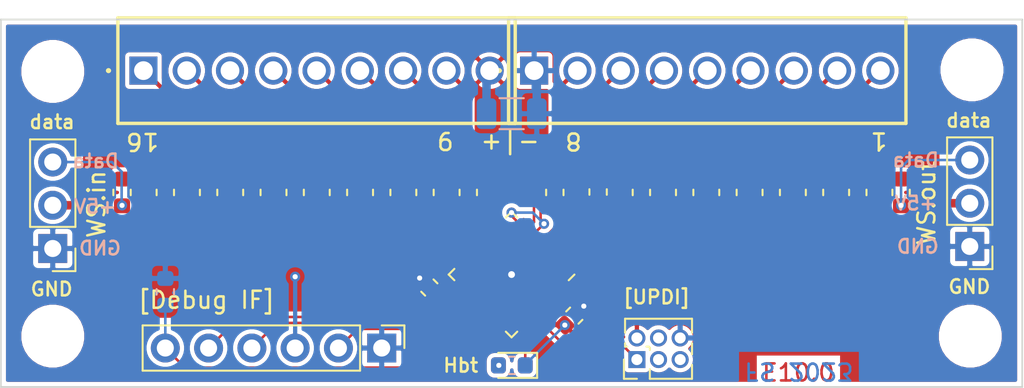
<source format=kicad_pcb>
(kicad_pcb (version 20171130) (host pcbnew "(5.1.12)-1")
  (layers (0 F.Cu signal) (31 B.Cu signal) (34 B.Paste user hide) (35 F.Paste user hide) (36 B.SilkS user) (37 F.SilkS user) (38 B.Mask user hide) (39 F.Mask user hide) (44 Edge.Cuts user))
  (net 0 "")
  (net 1 GND)
  (net 2 +5V)
  (net 3 DI)
  (net 4 DO)
  (net 5 UPDI)
  (net 6 OUT3)
  (net 7 OUT2)
  (net 8 OUT1)
  (net 9 OUT0)
  (net 10 "Net-(R2-Pad1)")
  (net 11 "Net-(R3-Pad1)")
  (net 12 "Net-(R4-Pad1)")
  (net 13 "Net-(R5-Pad1)")
  (net 14 OUT6)
  (net 15 "Net-(R6-Pad1)")
  (net 16 OUT5)
  (net 17 "Net-(R7-Pad1)")
  (net 18 "Net-(R8-Pad1)")
  (net 19 OUT4)
  (net 20 "Net-(R9-Pad1)")
  (net 21 OUT7)
  (net 22 OUT15)
  (net 23 OUT14)
  (net 24 OUT13)
  (net 25 OUT12)
  (net 26 OUT11)
  (net 27 OUT10)
  (net 28 OUT9)
  (net 29 OUT8)
  (net 30 "Net-(R10-Pad1)")
  (net 31 "Net-(R11-Pad1)")
  (net 32 "Net-(R12-Pad1)")
  (net 33 "Net-(R13-Pad1)")
  (net 34 "Net-(R14-Pad1)")
  (net 35 "Net-(R15-Pad1)")
  (net 36 "Net-(R16-Pad1)")
  (net 37 "Net-(R17-Pad1)")
  (net 38 "Net-(R18-Pad1)")
  (net 39 "Net-(R19-Pad1)")
  (net 40 V24.rts)
  (net 41 V24.rx)
  (net 42 V24.tx)
  (net 43 V24.cts)
  (net 44 "Net-(D2-Pad2)")
  (net 45 "Net-(D2-Pad1)")
  (module RTB_parts:1725724 (layer F.Cu) (at 99.3 78.44)
    (fp_text reference J1 hide)
    (fp_text value Conn_01x09 hide)
    (fp_line (start -2.1 0) (end -2 0) (layer F.SilkS) (width 0.2))
    (fp_line (start -2 0) (end -2 0) (layer F.SilkS) (width 0.2))
    (fp_line (start -2.1 0) (end -2.1 0) (layer F.SilkS) (width 0.2))
    (fp_line (start -1.5 3.1) (end -1.5 -3.1) (layer F.SilkS) (width 0.2))
    (fp_line (start 21.82 3.1) (end -1.5 3.1) (layer F.SilkS) (width 0.2))
    (fp_line (start 21.82 -3.1) (end 21.82 3.1) (layer F.SilkS) (width 0.2))
    (fp_line (start -1.5 -3.1) (end 21.82 -3.1) (layer F.SilkS) (width 0.2))
    (fp_arc (start -2.05 0) (end -2 0) (angle -180) (layer F.SilkS) (width 0.2))
    (fp_arc (start -2.05 0) (end -2.1 0) (angle -180) (layer F.SilkS) (width 0.2))
    (pad 9 thru_hole circle (at 20.32 0) (size 1.65 1.65) (drill 1.1) (layers *.Cu *.Mask) (net 2 +5V))
    (pad 8 thru_hole circle (at 17.78 0) (size 1.65 1.65) (drill 1.1) (layers *.Cu *.Mask) (net 21 OUT7))
    (pad 7 thru_hole circle (at 15.24 0) (size 1.65 1.65) (drill 1.1) (layers *.Cu *.Mask) (net 14 OUT6))
    (pad 6 thru_hole circle (at 12.7 0) (size 1.65 1.65) (drill 1.1) (layers *.Cu *.Mask) (net 16 OUT5))
    (pad 5 thru_hole circle (at 10.16 0) (size 1.65 1.65) (drill 1.1) (layers *.Cu *.Mask) (net 19 OUT4))
    (pad 4 thru_hole circle (at 7.62 0) (size 1.65 1.65) (drill 1.1) (layers *.Cu *.Mask) (net 6 OUT3))
    (pad 3 thru_hole circle (at 5.08 0) (size 1.65 1.65) (drill 1.1) (layers *.Cu *.Mask) (net 7 OUT2))
    (pad 2 thru_hole circle (at 2.54 0) (size 1.65 1.65) (drill 1.1) (layers *.Cu *.Mask) (net 8 OUT1))
    (pad 1 thru_hole rect (at 0 0) (size 1.65 1.65) (drill 1.1) (layers *.Cu *.Mask) (net 9 OUT0))
  )
  (module RTB_parts:1725724 (layer F.Cu) (at 122.23 78.44)
    (fp_text reference J7 hide)
    (fp_text value Conn_01x09 hide)
    (fp_line (start -2.1 0) (end -2 0) (layer F.SilkS) (width 0.2))
    (fp_line (start -2 0) (end -2 0) (layer F.SilkS) (width 0.2))
    (fp_line (start -2.1 0) (end -2.1 0) (layer F.SilkS) (width 0.2))
    (fp_line (start -1.5 3.1) (end -1.5 -3.1) (layer F.SilkS) (width 0.2))
    (fp_line (start 21.82 3.1) (end -1.5 3.1) (layer F.SilkS) (width 0.2))
    (fp_line (start 21.82 -3.1) (end 21.82 3.1) (layer F.SilkS) (width 0.2))
    (fp_line (start -1.5 -3.1) (end 21.82 -3.1) (layer F.SilkS) (width 0.2))
    (fp_arc (start -2.05 0) (end -2 0) (angle -180) (layer F.SilkS) (width 0.2))
    (fp_arc (start -2.05 0) (end -2.1 0) (angle -180) (layer F.SilkS) (width 0.2))
    (pad 9 thru_hole circle (at 20.32 0) (size 1.65 1.65) (drill 1.1) (layers *.Cu *.Mask) (net 22 OUT15))
    (pad 8 thru_hole circle (at 17.78 0) (size 1.65 1.65) (drill 1.1) (layers *.Cu *.Mask) (net 23 OUT14))
    (pad 7 thru_hole circle (at 15.24 0) (size 1.65 1.65) (drill 1.1) (layers *.Cu *.Mask) (net 24 OUT13))
    (pad 6 thru_hole circle (at 12.7 0) (size 1.65 1.65) (drill 1.1) (layers *.Cu *.Mask) (net 25 OUT12))
    (pad 5 thru_hole circle (at 10.16 0) (size 1.65 1.65) (drill 1.1) (layers *.Cu *.Mask) (net 26 OUT11))
    (pad 4 thru_hole circle (at 7.62 0) (size 1.65 1.65) (drill 1.1) (layers *.Cu *.Mask) (net 27 OUT10))
    (pad 3 thru_hole circle (at 5.08 0) (size 1.65 1.65) (drill 1.1) (layers *.Cu *.Mask) (net 28 OUT9))
    (pad 2 thru_hole circle (at 2.54 0) (size 1.65 1.65) (drill 1.1) (layers *.Cu *.Mask) (net 29 OUT8))
    (pad 1 thru_hole rect (at 0 0) (size 1.65 1.65) (drill 1.1) (layers *.Cu *.Mask) (net 1 GND))
  )
  (module Capacitor_SMD:C_1206_3216Metric (layer B.Cu) (at 120.91 80.97)
    (fp_text reference C1 hide)
    (fp_text value 1u)
    (fp_line (start -0.711252 -0.91) (end 0.711252 -0.91) (layer B.SilkS) (width 0.12))
    (fp_line (start -0.711252 0.91) (end 0.711252 0.91) (layer B.SilkS) (width 0.12))
    (pad 2 smd roundrect (at 1.475 0) (size 1.15 1.8) (layers B.Cu B.Paste B.Mask) (roundrect_rratio 0.217391) (net 1 GND))
    (pad 1 smd roundrect (at -1.475 0) (size 1.15 1.8) (layers B.Cu B.Paste B.Mask) (roundrect_rratio 0.217391) (net 2 +5V))
  )
  (module MountingHole:MountingHole_3.2mm_M3_DIN965 (layer F.Cu) (at 147.92452 78.39456)
    (fp_text reference H3 hide)
    (fp_text value MountingHole)
    (pad 1 np_thru_hole circle (at 0 0) (size 3.2 3.2) (drill 3.2) (layers *.Cu *.Mask))
  )
  (module Package_DFN_QFN:QFN-32-1EP_5x5mm_P0.5mm_EP3.1x3.1mm (layer F.Cu) (at 120.904 90.424 225)
    (fp_text reference U1 hide)
    (fp_text value AVR-64da32)
    (fp_line (start 2.135 -2.61) (end 2.61 -2.61) (layer F.SilkS) (width 0.12))
    (fp_line (start 2.61 -2.61) (end 2.61 -2.135) (layer F.SilkS) (width 0.12))
    (fp_line (start -2.135 2.61) (end -2.61 2.61) (layer F.SilkS) (width 0.12))
    (fp_line (start -2.61 2.61) (end -2.61 2.135) (layer F.SilkS) (width 0.12))
    (fp_line (start 2.135 2.61) (end 2.61 2.61) (layer F.SilkS) (width 0.12))
    (fp_line (start 2.61 2.61) (end 2.61 2.135) (layer F.SilkS) (width 0.12))
    (fp_line (start -2.135 -2.61) (end -2.61 -2.61) (layer F.SilkS) (width 0.12))
    (pad 32 smd roundrect (at -1.75 -2.4375 225) (size 0.25 0.875) (layers F.Cu F.Paste F.Mask) (net 36 "Net-(R16-Pad1)"))
    (pad 31 smd roundrect (at -1.25 -2.4375 225) (size 0.25 0.875) (layers F.Cu F.Paste F.Mask) (net 35 "Net-(R15-Pad1)"))
    (pad 30 smd roundrect (at -0.75 -2.4375 225) (size 0.25 0.875) (layers F.Cu F.Paste F.Mask) (net 34 "Net-(R14-Pad1)"))
    (pad 29 smd roundrect (at -0.25 -2.4375 225) (size 0.25 0.875) (layers F.Cu F.Paste F.Mask) (net 1 GND))
    (pad 28 smd roundrect (at 0.25 -2.4375 225) (size 0.25 0.875) (layers F.Cu F.Paste F.Mask) (net 2 +5V))
    (pad 27 smd roundrect (at 0.75 -2.4375 225) (size 0.25 0.875) (layers F.Cu F.Paste F.Mask) (net 5 UPDI))
    (pad 26 smd roundrect (at 1.25 -2.4375 225) (size 0.25 0.875) (layers F.Cu F.Paste F.Mask))
    (pad 25 smd roundrect (at 1.75 -2.4375 225) (size 0.25 0.875) (layers F.Cu F.Paste F.Mask))
    (pad 24 smd roundrect (at 2.4375 -1.75 225) (size 0.875 0.25) (layers F.Cu F.Paste F.Mask) (net 45 "Net-(D2-Pad1)"))
    (pad 23 smd roundrect (at 2.4375 -1.25 225) (size 0.875 0.25) (layers F.Cu F.Paste F.Mask) (net 43 V24.cts))
    (pad 22 smd roundrect (at 2.4375 -0.75 225) (size 0.875 0.25) (layers F.Cu F.Paste F.Mask) (net 40 V24.rts))
    (pad 21 smd roundrect (at 2.4375 -0.25 225) (size 0.875 0.25) (layers F.Cu F.Paste F.Mask) (net 41 V24.rx))
    (pad 20 smd roundrect (at 2.4375 0.25 225) (size 0.875 0.25) (layers F.Cu F.Paste F.Mask) (net 42 V24.tx))
    (pad 19 smd roundrect (at 2.4375 0.75 225) (size 0.875 0.25) (layers F.Cu F.Paste F.Mask) (net 1 GND))
    (pad 18 smd roundrect (at 2.4375 1.25 225) (size 0.875 0.25) (layers F.Cu F.Paste F.Mask) (net 2 +5V))
    (pad 17 smd roundrect (at 2.4375 1.75 225) (size 0.875 0.25) (layers F.Cu F.Paste F.Mask))
    (pad 16 smd roundrect (at 1.75 2.4375 225) (size 0.25 0.875) (layers F.Cu F.Paste F.Mask) (net 13 "Net-(R5-Pad1)"))
    (pad 15 smd roundrect (at 1.25 2.4375 225) (size 0.25 0.875) (layers F.Cu F.Paste F.Mask) (net 12 "Net-(R4-Pad1)"))
    (pad 14 smd roundrect (at 0.75 2.4375 225) (size 0.25 0.875) (layers F.Cu F.Paste F.Mask) (net 11 "Net-(R3-Pad1)"))
    (pad 13 smd roundrect (at 0.25 2.4375 225) (size 0.25 0.875) (layers F.Cu F.Paste F.Mask) (net 10 "Net-(R2-Pad1)"))
    (pad 12 smd roundrect (at -0.25 2.4375 225) (size 0.25 0.875) (layers F.Cu F.Paste F.Mask) (net 20 "Net-(R9-Pad1)"))
    (pad 11 smd roundrect (at -0.75 2.4375 225) (size 0.25 0.875) (layers F.Cu F.Paste F.Mask) (net 18 "Net-(R8-Pad1)"))
    (pad 10 smd roundrect (at -1.25 2.4375 225) (size 0.25 0.875) (layers F.Cu F.Paste F.Mask) (net 17 "Net-(R7-Pad1)"))
    (pad 9 smd roundrect (at -1.75 2.4375 225) (size 0.25 0.875) (layers F.Cu F.Paste F.Mask) (net 15 "Net-(R6-Pad1)"))
    (pad 8 smd roundrect (at -2.4375 1.75 225) (size 0.875 0.25) (layers F.Cu F.Paste F.Mask) (net 39 "Net-(R19-Pad1)"))
    (pad 7 smd roundrect (at -2.4375 1.25 225) (size 0.875 0.25) (layers F.Cu F.Paste F.Mask) (net 38 "Net-(R18-Pad1)"))
    (pad 6 smd roundrect (at -2.4375 0.75 225) (size 0.875 0.25) (layers F.Cu F.Paste F.Mask) (net 39 "Net-(R19-Pad1)"))
    (pad 5 smd roundrect (at -2.4375 0.25 225) (size 0.875 0.25) (layers F.Cu F.Paste F.Mask) (net 33 "Net-(R13-Pad1)"))
    (pad 4 smd roundrect (at -2.4375 -0.25 225) (size 0.875 0.25) (layers F.Cu F.Paste F.Mask) (net 32 "Net-(R12-Pad1)"))
    (pad 3 smd roundrect (at -2.4375 -0.75 225) (size 0.875 0.25) (layers F.Cu F.Paste F.Mask) (net 31 "Net-(R11-Pad1)"))
    (pad 2 smd roundrect (at -2.4375 -1.25 225) (size 0.875 0.25) (layers F.Cu F.Paste F.Mask) (net 30 "Net-(R10-Pad1)"))
    (pad 1 smd roundrect (at -2.4375 -1.75 225) (size 0.875 0.25) (layers F.Cu F.Paste F.Mask) (net 37 "Net-(R17-Pad1)"))
    (pad 33 smd roundrect (at 0 0 225) (size 3.1 3.1) (layers F.Cu F.Mask) (roundrect_rratio 0.08064483870967742) (net 1 GND))
  )
  (module Resistor_SMD:R_0603_1608Metric (layer B.Cu) (at 100.584 91.44 270)
    (fp_text reference R25 hide)
    (fp_text value t.b.d.)
    (fp_line (start -0.162779 0.51) (end 0.162779 0.51) (layer B.SilkS) (width 0.12))
    (fp_line (start -0.162779 -0.51) (end 0.162779 -0.51) (layer B.SilkS) (width 0.12))
    (pad 2 smd roundrect (at 0.7875 0 270) (size 0.875 0.95) (layers B.Cu B.Paste B.Mask) (net 43 V24.cts))
    (pad 1 smd roundrect (at -0.7875 0 270) (size 0.875 0.95) (layers B.Cu B.Paste B.Mask) (net 1 GND))
  )
  (module Connector_PinHeader_1.27mm:PinHeader_2x03_P1.27mm_Vertical (layer F.Cu) (at 128.26 95.42 90)
    (fp_text reference J4 hide)
    (fp_text value UPDI)
    (fp_line (start -1.13 3.235) (end -0.30753 3.235) (layer F.SilkS) (width 0.12))
    (fp_line (start 1.57753 3.235) (end 2.4 3.235) (layer F.SilkS) (width 0.12))
    (fp_line (start 0.30753 3.235) (end 0.96247 3.235) (layer F.SilkS) (width 0.12))
    (fp_line (start -1.13 0.76) (end -1.13 3.235) (layer F.SilkS) (width 0.12))
    (fp_line (start 2.4 -0.695) (end 2.4 3.235) (layer F.SilkS) (width 0.12))
    (fp_line (start -1.13 0.76) (end -0.563471 0.76) (layer F.SilkS) (width 0.12))
    (fp_line (start 0.563471 0.76) (end 0.706529 0.76) (layer F.SilkS) (width 0.12))
    (fp_line (start 0.76 0.706529) (end 0.76 0.563471) (layer F.SilkS) (width 0.12))
    (fp_line (start 0.76 -0.563471) (end 0.76 -0.695) (layer F.SilkS) (width 0.12))
    (fp_line (start 0.76 -0.695) (end 0.96247 -0.695) (layer F.SilkS) (width 0.12))
    (fp_line (start 1.57753 -0.695) (end 2.4 -0.695) (layer F.SilkS) (width 0.12))
    (fp_line (start -1.13 0) (end -1.13 -0.76) (layer F.SilkS) (width 0.12))
    (fp_line (start -1.13 -0.76) (end 0 -0.76) (layer F.SilkS) (width 0.12))
    (pad 6 thru_hole oval (at 1.27 2.54 90) (size 1 1) (drill 0.65) (layers *.Cu *.Mask) (net 1 GND))
    (pad 5 thru_hole oval (at 0 2.54 90) (size 1 1) (drill 0.65) (layers *.Cu *.Mask))
    (pad 4 thru_hole oval (at 1.27 1.27 90) (size 1 1) (drill 0.65) (layers *.Cu *.Mask))
    (pad 3 thru_hole oval (at 0 1.27 90) (size 1 1) (drill 0.65) (layers *.Cu *.Mask))
    (pad 2 thru_hole oval (at 1.27 0 90) (size 1 1) (drill 0.65) (layers *.Cu *.Mask) (net 2 +5V))
    (pad 1 thru_hole rect (at 0 0 90) (size 1 1) (drill 0.65) (layers *.Cu *.Mask) (net 5 UPDI))
  )
  (module MountingHole:MountingHole_3.2mm_M3_DIN965 (layer F.Cu) (at 147.828 94.0435)
    (fp_text reference H4 hide)
    (fp_text value MountingHole)
    (pad 1 np_thru_hole circle (at 0 0) (size 3.2 3.2) (drill 3.2) (layers *.Cu *.Mask))
  )
  (module MountingHole:MountingHole_3.2mm_M3_DIN965 (layer F.Cu) (at 93.98 94.0435)
    (fp_text reference H2 hide)
    (fp_text value MountingHole)
    (pad 1 np_thru_hole circle (at 0 0) (size 3.2 3.2) (drill 3.2) (layers *.Cu *.Mask))
  )
  (module MountingHole:MountingHole_3.2mm_M3_DIN965 (layer F.Cu) (at 93.98 78.486)
    (fp_text reference H1 hide)
    (fp_text value MountingHole)
    (pad 1 np_thru_hole circle (at 0 0) (size 3.2 3.2) (drill 3.2) (layers *.Cu *.Mask))
  )
  (module Resistor_SMD:R_0603_1608Metric (layer B.Cu) (at 120.92 95.761)
    (fp_text reference R20 hide)
    (fp_text value 3.3k)
    (fp_line (start -0.162779 0.51) (end 0.162779 0.51) (layer B.SilkS) (width 0.12))
    (fp_line (start -0.162779 -0.51) (end 0.162779 -0.51) (layer B.SilkS) (width 0.12))
    (pad 2 smd roundrect (at 0.7875 0) (size 0.875 0.95) (layers B.Cu B.Paste B.Mask) (net 2 +5V))
    (pad 1 smd roundrect (at -0.7875 0) (size 0.875 0.95) (layers B.Cu B.Paste B.Mask) (net 44 "Net-(D2-Pad2)"))
  )
  (module LED_SMD:LED_0603_1608Metric (layer F.Cu) (at 120.92 95.761 180)
    (fp_text reference D2 hide)
    (fp_text value "HBT(green)")
    (fp_line (start 0.8 -0.735) (end -1.485 -0.735) (layer F.SilkS) (width 0.12))
    (fp_line (start -1.485 -0.735) (end -1.485 0.735) (layer F.SilkS) (width 0.12))
    (fp_line (start -1.485 0.735) (end 0.8 0.735) (layer F.SilkS) (width 0.12))
    (pad 2 smd roundrect (at 0.7875 0 180) (size 0.875 0.95) (layers F.Cu F.Paste F.Mask) (net 44 "Net-(D2-Pad2)"))
    (pad 1 smd roundrect (at -0.7875 0 180) (size 0.875 0.95) (layers F.Cu F.Paste F.Mask) (net 45 "Net-(D2-Pad1)"))
  )
  (module Resistor_SMD:R_0603_1608Metric (layer F.Cu) (at 143.764 85.598 270)
    (fp_text reference R19 hide)
    (fp_text value 160)
    (fp_line (start -0.162779 -0.51) (end 0.162779 -0.51) (layer F.SilkS) (width 0.12))
    (fp_line (start -0.162779 0.51) (end 0.162779 0.51) (layer F.SilkS) (width 0.12))
    (pad 2 smd roundrect (at 0.7875 0 270) (size 0.875 0.95) (layers F.Cu F.Paste F.Mask) (net 4 DO))
    (pad 1 smd roundrect (at -0.7875 0 270) (size 0.875 0.95) (layers F.Cu F.Paste F.Mask) (net 39 "Net-(R19-Pad1)"))
  )
  (module Resistor_SMD:R_0603_1608Metric (layer F.Cu) (at 98.044 85.598 270)
    (fp_text reference R18 hide)
    (fp_text value 160)
    (fp_line (start -0.162779 -0.51) (end 0.162779 -0.51) (layer F.SilkS) (width 0.12))
    (fp_line (start -0.162779 0.51) (end 0.162779 0.51) (layer F.SilkS) (width 0.12))
    (pad 2 smd roundrect (at 0.7875 0 270) (size 0.875 0.95) (layers F.Cu F.Paste F.Mask) (net 3 DI))
    (pad 1 smd roundrect (at -0.7875 0 270) (size 0.875 0.95) (layers F.Cu F.Paste F.Mask) (net 38 "Net-(R18-Pad1)"))
  )
  (module Resistor_SMD:R_0603_1608Metric (layer F.Cu) (at 133.604 85.598 90)
    (fp_text reference R17 hide)
    (fp_text value 220)
    (fp_line (start -0.162779 -0.51) (end 0.162779 -0.51) (layer F.SilkS) (width 0.12))
    (fp_line (start -0.162779 0.51) (end 0.162779 0.51) (layer F.SilkS) (width 0.12))
    (pad 2 smd roundrect (at 0.7875 0 90) (size 0.875 0.95) (layers F.Cu F.Paste F.Mask) (net 25 OUT12))
    (pad 1 smd roundrect (at -0.7875 0 90) (size 0.875 0.95) (layers F.Cu F.Paste F.Mask) (net 37 "Net-(R17-Pad1)"))
  )
  (module Resistor_SMD:R_0603_1608Metric (layer F.Cu) (at 136.144 85.598 90)
    (fp_text reference R16 hide)
    (fp_text value 220)
    (fp_line (start -0.162779 -0.51) (end 0.162779 -0.51) (layer F.SilkS) (width 0.12))
    (fp_line (start -0.162779 0.51) (end 0.162779 0.51) (layer F.SilkS) (width 0.12))
    (pad 2 smd roundrect (at 0.7875 0 90) (size 0.875 0.95) (layers F.Cu F.Paste F.Mask) (net 24 OUT13))
    (pad 1 smd roundrect (at -0.7875 0 90) (size 0.875 0.95) (layers F.Cu F.Paste F.Mask) (net 36 "Net-(R16-Pad1)"))
  )
  (module Resistor_SMD:R_0603_1608Metric (layer F.Cu) (at 138.684 85.598 90)
    (fp_text reference R15 hide)
    (fp_text value 220)
    (fp_line (start -0.162779 -0.51) (end 0.162779 -0.51) (layer F.SilkS) (width 0.12))
    (fp_line (start -0.162779 0.51) (end 0.162779 0.51) (layer F.SilkS) (width 0.12))
    (pad 2 smd roundrect (at 0.7875 0 90) (size 0.875 0.95) (layers F.Cu F.Paste F.Mask) (net 23 OUT14))
    (pad 1 smd roundrect (at -0.7875 0 90) (size 0.875 0.95) (layers F.Cu F.Paste F.Mask) (net 35 "Net-(R15-Pad1)"))
  )
  (module Resistor_SMD:R_0603_1608Metric (layer F.Cu) (at 141.224 85.598 90)
    (fp_text reference R14 hide)
    (fp_text value 220)
    (fp_line (start -0.162779 -0.51) (end 0.162779 -0.51) (layer F.SilkS) (width 0.12))
    (fp_line (start -0.162779 0.51) (end 0.162779 0.51) (layer F.SilkS) (width 0.12))
    (pad 2 smd roundrect (at 0.7875 0 90) (size 0.875 0.95) (layers F.Cu F.Paste F.Mask) (net 22 OUT15))
    (pad 1 smd roundrect (at -0.7875 0 90) (size 0.875 0.95) (layers F.Cu F.Paste F.Mask) (net 34 "Net-(R14-Pad1)"))
  )
  (module Resistor_SMD:R_0603_1608Metric (layer F.Cu) (at 123.444 85.598 90)
    (fp_text reference R13 hide)
    (fp_text value 220)
    (fp_line (start -0.162779 -0.51) (end 0.162779 -0.51) (layer F.SilkS) (width 0.12))
    (fp_line (start -0.162779 0.51) (end 0.162779 0.51) (layer F.SilkS) (width 0.12))
    (pad 2 smd roundrect (at 0.7875 0 90) (size 0.875 0.95) (layers F.Cu F.Paste F.Mask) (net 29 OUT8))
    (pad 1 smd roundrect (at -0.7875 0 90) (size 0.875 0.95) (layers F.Cu F.Paste F.Mask) (net 33 "Net-(R13-Pad1)"))
  )
  (module Resistor_SMD:R_0603_1608Metric (layer F.Cu) (at 125.984 85.5725 90)
    (fp_text reference R12 hide)
    (fp_text value 220)
    (fp_line (start -0.162779 -0.51) (end 0.162779 -0.51) (layer F.SilkS) (width 0.12))
    (fp_line (start -0.162779 0.51) (end 0.162779 0.51) (layer F.SilkS) (width 0.12))
    (pad 2 smd roundrect (at 0.7875 0 90) (size 0.875 0.95) (layers F.Cu F.Paste F.Mask) (net 28 OUT9))
    (pad 1 smd roundrect (at -0.7875 0 90) (size 0.875 0.95) (layers F.Cu F.Paste F.Mask) (net 32 "Net-(R12-Pad1)"))
  )
  (module Resistor_SMD:R_0603_1608Metric (layer F.Cu) (at 128.524 85.598 90)
    (fp_text reference R11 hide)
    (fp_text value 220)
    (fp_line (start -0.162779 -0.51) (end 0.162779 -0.51) (layer F.SilkS) (width 0.12))
    (fp_line (start -0.162779 0.51) (end 0.162779 0.51) (layer F.SilkS) (width 0.12))
    (pad 2 smd roundrect (at 0.7875 0 90) (size 0.875 0.95) (layers F.Cu F.Paste F.Mask) (net 27 OUT10))
    (pad 1 smd roundrect (at -0.7875 0 90) (size 0.875 0.95) (layers F.Cu F.Paste F.Mask) (net 31 "Net-(R11-Pad1)"))
  )
  (module Resistor_SMD:R_0603_1608Metric (layer F.Cu) (at 131.064 85.598 90)
    (fp_text reference R10 hide)
    (fp_text value 220)
    (fp_line (start -0.162779 -0.51) (end 0.162779 -0.51) (layer F.SilkS) (width 0.12))
    (fp_line (start -0.162779 0.51) (end 0.162779 0.51) (layer F.SilkS) (width 0.12))
    (pad 2 smd roundrect (at 0.7875 0 90) (size 0.875 0.95) (layers F.Cu F.Paste F.Mask) (net 26 OUT11))
    (pad 1 smd roundrect (at -0.7875 0 90) (size 0.875 0.95) (layers F.Cu F.Paste F.Mask) (net 30 "Net-(R10-Pad1)"))
  )
  (module Resistor_SMD:R_0603_1608Metric (layer F.Cu) (at 110.744 85.598 90)
    (fp_text reference R9 hide)
    (fp_text value 220)
    (fp_line (start -0.162779 -0.51) (end 0.162779 -0.51) (layer F.SilkS) (width 0.12))
    (fp_line (start -0.162779 0.51) (end 0.162779 0.51) (layer F.SilkS) (width 0.12))
    (pad 2 smd roundrect (at 0.7875 0 90) (size 0.875 0.95) (layers F.Cu F.Paste F.Mask) (net 19 OUT4))
    (pad 1 smd roundrect (at -0.7875 0 90) (size 0.875 0.95) (layers F.Cu F.Paste F.Mask) (net 20 "Net-(R9-Pad1)"))
  )
  (module Resistor_SMD:R_0603_1608Metric (layer F.Cu) (at 113.284 85.598 90)
    (fp_text reference R8 hide)
    (fp_text value 220)
    (fp_line (start -0.162779 -0.51) (end 0.162779 -0.51) (layer F.SilkS) (width 0.12))
    (fp_line (start -0.162779 0.51) (end 0.162779 0.51) (layer F.SilkS) (width 0.12))
    (pad 2 smd roundrect (at 0.7875 0 90) (size 0.875 0.95) (layers F.Cu F.Paste F.Mask) (net 16 OUT5))
    (pad 1 smd roundrect (at -0.7875 0 90) (size 0.875 0.95) (layers F.Cu F.Paste F.Mask) (net 18 "Net-(R8-Pad1)"))
  )
  (module Resistor_SMD:R_0603_1608Metric (layer F.Cu) (at 115.824 85.598 90)
    (fp_text reference R7 hide)
    (fp_text value 220)
    (fp_line (start -0.162779 -0.51) (end 0.162779 -0.51) (layer F.SilkS) (width 0.12))
    (fp_line (start -0.162779 0.51) (end 0.162779 0.51) (layer F.SilkS) (width 0.12))
    (pad 2 smd roundrect (at 0.7875 0 90) (size 0.875 0.95) (layers F.Cu F.Paste F.Mask) (net 14 OUT6))
    (pad 1 smd roundrect (at -0.7875 0 90) (size 0.875 0.95) (layers F.Cu F.Paste F.Mask) (net 17 "Net-(R7-Pad1)"))
  )
  (module Resistor_SMD:R_0603_1608Metric (layer F.Cu) (at 118.364 85.598 90)
    (fp_text reference R6 hide)
    (fp_text value 220)
    (fp_line (start -0.162779 -0.51) (end 0.162779 -0.51) (layer F.SilkS) (width 0.12))
    (fp_line (start -0.162779 0.51) (end 0.162779 0.51) (layer F.SilkS) (width 0.12))
    (pad 2 smd roundrect (at 0.7875 0 90) (size 0.875 0.95) (layers F.Cu F.Paste F.Mask) (net 21 OUT7))
    (pad 1 smd roundrect (at -0.7875 0 90) (size 0.875 0.95) (layers F.Cu F.Paste F.Mask) (net 15 "Net-(R6-Pad1)"))
  )
  (module Resistor_SMD:R_0603_1608Metric (layer F.Cu) (at 100.584 85.598 90)
    (fp_text reference R5 hide)
    (fp_text value 220)
    (fp_line (start -0.162779 -0.51) (end 0.162779 -0.51) (layer F.SilkS) (width 0.12))
    (fp_line (start -0.162779 0.51) (end 0.162779 0.51) (layer F.SilkS) (width 0.12))
    (pad 2 smd roundrect (at 0.7875 0 90) (size 0.875 0.95) (layers F.Cu F.Paste F.Mask) (net 9 OUT0))
    (pad 1 smd roundrect (at -0.7875 0 90) (size 0.875 0.95) (layers F.Cu F.Paste F.Mask) (net 13 "Net-(R5-Pad1)"))
  )
  (module Resistor_SMD:R_0603_1608Metric (layer F.Cu) (at 103.124 85.598 90)
    (fp_text reference R4 hide)
    (fp_text value 220)
    (fp_line (start -0.162779 -0.51) (end 0.162779 -0.51) (layer F.SilkS) (width 0.12))
    (fp_line (start -0.162779 0.51) (end 0.162779 0.51) (layer F.SilkS) (width 0.12))
    (pad 2 smd roundrect (at 0.7875 0 90) (size 0.875 0.95) (layers F.Cu F.Paste F.Mask) (net 8 OUT1))
    (pad 1 smd roundrect (at -0.7875 0 90) (size 0.875 0.95) (layers F.Cu F.Paste F.Mask) (net 12 "Net-(R4-Pad1)"))
  )
  (module Resistor_SMD:R_0603_1608Metric (layer F.Cu) (at 105.664 85.598 90)
    (fp_text reference R3 hide)
    (fp_text value 220)
    (fp_line (start -0.162779 -0.51) (end 0.162779 -0.51) (layer F.SilkS) (width 0.12))
    (fp_line (start -0.162779 0.51) (end 0.162779 0.51) (layer F.SilkS) (width 0.12))
    (pad 2 smd roundrect (at 0.7875 0 90) (size 0.875 0.95) (layers F.Cu F.Paste F.Mask) (net 7 OUT2))
    (pad 1 smd roundrect (at -0.7875 0 90) (size 0.875 0.95) (layers F.Cu F.Paste F.Mask) (net 11 "Net-(R3-Pad1)"))
  )
  (module Resistor_SMD:R_0603_1608Metric (layer F.Cu) (at 108.204 85.598 90)
    (fp_text reference R2 hide)
    (fp_text value 220)
    (fp_line (start -0.162779 -0.51) (end 0.162779 -0.51) (layer F.SilkS) (width 0.12))
    (fp_line (start -0.162779 0.51) (end 0.162779 0.51) (layer F.SilkS) (width 0.12))
    (pad 2 smd roundrect (at 0.7875 0 90) (size 0.875 0.95) (layers F.Cu F.Paste F.Mask) (net 6 OUT3))
    (pad 1 smd roundrect (at -0.7875 0 90) (size 0.875 0.95) (layers F.Cu F.Paste F.Mask) (net 10 "Net-(R2-Pad1)"))
  )
  (module Capacitor_SMD:C_0603_1608Metric (layer F.Cu) (at 124.587 92.837 45)
    (fp_text reference C3 hide)
    (fp_text value 1u)
    (fp_line (start -0.162779 -0.51) (end 0.162779 -0.51) (layer F.SilkS) (width 0.12))
    (fp_line (start -0.162779 0.51) (end 0.162779 0.51) (layer F.SilkS) (width 0.12))
    (pad 2 smd roundrect (at 0.7875 0 45) (size 0.875 0.95) (layers F.Cu F.Paste F.Mask) (net 1 GND))
    (pad 1 smd roundrect (at -0.7875 0 45) (size 0.875 0.95) (layers F.Cu F.Paste F.Mask) (net 2 +5V))
  )
  (module Capacitor_SMD:C_0603_1608Metric (layer F.Cu) (at 116.078 91.186 135)
    (fp_text reference C2 hide)
    (fp_text value 1u)
    (fp_line (start -0.162779 -0.51) (end 0.162779 -0.51) (layer F.SilkS) (width 0.12))
    (fp_line (start -0.162779 0.51) (end 0.162779 0.51) (layer F.SilkS) (width 0.12))
    (pad 2 smd roundrect (at 0.7875 0 135) (size 0.875 0.95) (layers F.Cu F.Paste F.Mask) (net 1 GND))
    (pad 1 smd roundrect (at -0.7875 0 135) (size 0.875 0.95) (layers F.Cu F.Paste F.Mask) (net 2 +5V))
  )
  (module Connector_PinHeader_2.54mm:PinHeader_1x06_P2.54mm_Vertical (layer F.Cu) (at 113.284 94.742 270)
    (fp_text reference J5 hide)
    (fp_text value Debug)
    (fp_line (start -1.33 14.03) (end 1.33 14.03) (layer F.SilkS) (width 0.12))
    (fp_line (start -1.33 1.27) (end -1.33 14.03) (layer F.SilkS) (width 0.12))
    (fp_line (start 1.33 1.27) (end 1.33 14.03) (layer F.SilkS) (width 0.12))
    (fp_line (start -1.33 1.27) (end 1.33 1.27) (layer F.SilkS) (width 0.12))
    (fp_line (start -1.33 0) (end -1.33 -1.33) (layer F.SilkS) (width 0.12))
    (fp_line (start -1.33 -1.33) (end 0 -1.33) (layer F.SilkS) (width 0.12))
    (pad 6 thru_hole oval (at 0 12.7 270) (size 1.7 1.7) (drill 1) (layers *.Cu *.Mask) (net 43 V24.cts))
    (pad 5 thru_hole oval (at 0 10.16 270) (size 1.7 1.7) (drill 1) (layers *.Cu *.Mask) (net 42 V24.tx))
    (pad 4 thru_hole oval (at 0 7.62 270) (size 1.7 1.7) (drill 1) (layers *.Cu *.Mask) (net 41 V24.rx))
    (pad 3 thru_hole oval (at 0 5.08 270) (size 1.7 1.7) (drill 1) (layers *.Cu *.Mask) (net 2 +5V))
    (pad 2 thru_hole oval (at 0 2.54 270) (size 1.7 1.7) (drill 1) (layers *.Cu *.Mask) (net 40 V24.rts))
    (pad 1 thru_hole rect (at 0 0 270) (size 1.7 1.7) (drill 1) (layers *.Cu *.Mask) (net 1 GND))
  )
  (module Connector_PinHeader_2.54mm:PinHeader_1x03_P2.54mm_Vertical (layer F.Cu) (at 93.97746 88.89238 180)
    (fp_text reference J3 hide)
    (fp_text value "WS-bus input")
    (fp_line (start -1.33 6.41) (end 1.33 6.41) (layer F.SilkS) (width 0.12))
    (fp_line (start -1.33 1.27) (end -1.33 6.41) (layer F.SilkS) (width 0.12))
    (fp_line (start 1.33 1.27) (end 1.33 6.41) (layer F.SilkS) (width 0.12))
    (fp_line (start -1.33 1.27) (end 1.33 1.27) (layer F.SilkS) (width 0.12))
    (fp_line (start -1.33 0) (end -1.33 -1.33) (layer F.SilkS) (width 0.12))
    (fp_line (start -1.33 -1.33) (end 0 -1.33) (layer F.SilkS) (width 0.12))
    (pad 3 thru_hole oval (at 0 5.08 180) (size 1.7 1.7) (drill 1) (layers *.Cu *.Mask) (net 3 DI))
    (pad 2 thru_hole oval (at 0 2.54 180) (size 1.7 1.7) (drill 1) (layers *.Cu *.Mask) (net 2 +5V))
    (pad 1 thru_hole rect (at 0 0 180) (size 1.7 1.7) (drill 1) (layers *.Cu *.Mask) (net 1 GND))
  )
  (module Connector_PinHeader_2.54mm:PinHeader_1x03_P2.54mm_Vertical (layer F.Cu) (at 147.79498 88.773 180)
    (fp_text reference J2 hide)
    (fp_text value "WS-bus output")
    (fp_line (start -1.33 6.41) (end 1.33 6.41) (layer F.SilkS) (width 0.12))
    (fp_line (start -1.33 1.27) (end -1.33 6.41) (layer F.SilkS) (width 0.12))
    (fp_line (start 1.33 1.27) (end 1.33 6.41) (layer F.SilkS) (width 0.12))
    (fp_line (start -1.33 1.27) (end 1.33 1.27) (layer F.SilkS) (width 0.12))
    (fp_line (start -1.33 0) (end -1.33 -1.33) (layer F.SilkS) (width 0.12))
    (fp_line (start -1.33 -1.33) (end 0 -1.33) (layer F.SilkS) (width 0.12))
    (pad 3 thru_hole oval (at 0 5.08 180) (size 1.7 1.7) (drill 1) (layers *.Cu *.Mask) (net 4 DO))
    (pad 2 thru_hole oval (at 0 2.54 180) (size 1.7 1.7) (drill 1) (layers *.Cu *.Mask) (net 2 +5V))
    (pad 1 thru_hole rect (at 0 0 180) (size 1.7 1.7) (drill 1) (layers *.Cu *.Mask) (net 1 GND))
  )
  (gr_text 9 (at 117.02 82.56 180) (layer F.SilkS) (effects (font (size 1 1))))
  (gr_text 8 (at 124.54 82.59 180) (layer F.SilkS) (effects (font (size 1 1))))
  (gr_text 16 (at 99.24 82.62 180) (layer F.SilkS) (effects (font (size 1 1))))
  (gr_text 1 (at 142.46 82.59 180) (layer F.SilkS) (effects (font (size 1 1))))
  (gr_text data (at 93.93682 81.45272) (layer F.SilkS) (effects (font (size 0.8 0.8))))
  (gr_text data (at 147.74164 81.3689) (layer F.SilkS) (effects (font (size 0.8 0.8))))
  (gr_text "FS 2023" (at 137.77 96.11 180) (layer B.Cu) (effects (font (size 1 1)) (justify mirror)))
  (gr_text E10.0 (at 137.74 96.19) (layer F.Cu) (effects (font (size 1 1))))
  (gr_text GND (at 144.74698 88.773) (layer B.SilkS) (effects (font (size 0.8 0.8)) (justify mirror)))
  (gr_text GND (at 96.75368 88.87714) (layer B.SilkS) (effects (font (size 0.8 0.8)) (justify mirror)))
  (gr_text Data (at 144.61998 83.693) (layer B.SilkS) (effects (font (size 0.8 0.8)) (justify mirror)))
  (gr_text Data (at 96.49206 83.75396) (layer B.SilkS) (effects (font (size 0.8 0.8)) (justify mirror)))
  (gr_text +5V (at 144.61998 86.233) (layer B.SilkS) (effects (font (size 0.8 0.8)) (justify mirror)))
  (gr_text +5V (at 96.46412 86.42604) (layer B.SilkS) (effects (font (size 0.8 0.8)) (justify mirror)))
  (gr_text GND (at 93.91396 91.28252) (layer F.SilkS) (effects (font (size 0.8 0.8))))
  (gr_text GND (at 147.77212 91.13774) (layer F.SilkS) (effects (font (size 0.8 0.8))))
  (gr_text +|- (at 120.82 82.56) (layer F.SilkS) (effects (font (size 1 1))))
  (gr_text Hbt (at 117.92 95.76) (layer F.SilkS) (effects (font (size 0.8 0.8))))
  (gr_text WS.in (at 96.54794 86.28888 90) (layer F.SilkS) (effects (font (size 1 1))))
  (gr_text WS.out (at 145.26006 86.2203 90) (layer F.SilkS) (effects (font (size 1 1))))
  (gr_text [UPDI] (at 129.42 91.75) (layer F.SilkS) (effects (font (size 0.8 0.8))))
  (gr_text "[Debug IF]" (at 103 91.92) (layer F.SilkS) (effects (font (size 1 1))))
  (gr_line (start 150.876 75.438) (end 150.876 97.028) (layer Edge.Cuts) (width 0.1))
  (gr_line (start 90.932 75.438) (end 150.876 75.438) (layer Edge.Cuts) (width 0.1))
  (gr_line (start 90.932 97.028) (end 90.932 75.438) (layer Edge.Cuts) (width 0.1))
  (gr_line (start 150.876 97.028) (end 90.932 97.028) (layer Edge.Cuts) (width 0.1))
  (via (at 115.51 90.63) (size 0.6) (drill 0.3) (layers F.Cu B.Cu) (net 1))
  (segment (start 119.84334 90.424) (end 120.904 90.424) (width 0.15) (layer F.Cu) (net 1))
  (segment (start 118.650097 91.617243) (end 119.84334 90.424) (width 0.15) (layer F.Cu) (net 1))
  (segment (start 124.968 92.456) (end 125.143847 92.280153) (width 0.15) (layer F.Cu) (net 1))
  (segment (start 122.804349 91.970796) (end 123.289553 92.456) (width 0.15) (layer F.Cu) (net 1))
  (segment (start 123.289553 92.456) (end 124.968 92.456) (width 0.15) (layer F.Cu) (net 1))
  (via (at 120.904 90.424) (size 0.8) (drill 0.4) (layers F.Cu B.Cu) (net 1))
  (segment (start 121.787884 91.307884) (end 120.904 90.424) (width 0.15) (layer F.Cu) (net 1))
  (segment (start 122.117884 91.307884) (end 121.787884 91.307884) (width 0.15) (layer F.Cu) (net 1))
  (segment (start 122.780796 91.970796) (end 122.117884 91.307884) (width 0.15) (layer F.Cu) (net 1))
  (segment (start 122.804349 91.970796) (end 122.780796 91.970796) (width 0.15) (layer F.Cu) (net 1))
  (segment (start 125.143847 92.280153) (end 125.143847 92.280153) (width 0.15) (layer F.Cu) (net 1))
  (via (at 125.143847 92.280153) (size 0.6) (drill 0.3) (layers F.Cu B.Cu) (net 1))
  (segment (start 122.385 80.97) (end 122.385 78.595) (width 0.5) (layer B.Cu) (net 1))
  (segment (start 122.385 78.595) (end 122.23 78.44) (width 0.5) (layer B.Cu) (net 1))
  (segment (start 117.739233 91.821) (end 118.296544 91.263689) (width 0.25) (layer F.Cu) (net 2))
  (segment (start 116.507847 91.615847) (end 116.586 91.694) (width 0.25) (layer F.Cu) (net 2))
  (segment (start 116.713 91.821) (end 117.739233 91.821) (width 0.25) (layer F.Cu) (net 2))
  (segment (start 116.586 91.694) (end 116.6495 91.7575) (width 0.25) (layer F.Cu) (net 2))
  (segment (start 123.520294 93.393847) (end 124.030153 93.393847) (width 0.25) (layer F.Cu) (net 2))
  (segment (start 122.450796 92.324349) (end 123.520294 93.393847) (width 0.25) (layer F.Cu) (net 2))
  (segment (start 124.030153 93.393847) (end 124.030153 93.393847) (width 0.25) (layer F.Cu) (net 2))
  (segment (start 124.030153 93.393847) (end 124.030153 93.393847) (width 0.25) (layer F.Cu) (net 2))
  (via (at 108.204 90.551) (size 0.6) (drill 0.3) (layers F.Cu B.Cu) (net 2))
  (segment (start 108.204 94.742) (end 108.204 90.551) (width 0.25) (layer B.Cu) (net 2))
  (segment (start 116.6495 91.7575) (end 116.651 91.759) (width 0.25) (layer F.Cu) (net 2))
  (segment (start 147.79498 86.233) (end 145.413 86.233) (width 0.5) (layer F.Cu) (net 2))
  (segment (start 93.97746 86.35238) (end 96.44238 86.35238) (width 0.5) (layer F.Cu) (net 2))
  (segment (start 116.651 91.759) (end 116.713 91.821) (width 0.25) (layer F.Cu) (net 2))
  (via (at 124.030153 93.393847) (size 0.6) (drill 0.3) (layers F.Cu B.Cu) (net 2))
  (segment (start 121.7075 95.7165) (end 124.030153 93.393847) (width 0.15) (layer B.Cu) (net 2))
  (segment (start 121.7075 95.761) (end 121.7075 95.7165) (width 0.15) (layer B.Cu) (net 2))
  (segment (start 119.435 80.97) (end 119.435 78.625) (width 0.5) (layer B.Cu) (net 2))
  (segment (start 119.435 78.625) (end 119.62 78.44) (width 0.5) (layer B.Cu) (net 2))
  (via (at 98.044 86.36) (size 0.6) (drill 0.3) (layers F.Cu B.Cu) (net 3))
  (segment (start 97.45218 83.81238) (end 93.97746 83.81238) (width 0.15) (layer B.Cu) (net 3))
  (segment (start 98.02114 84.38134) (end 97.45218 83.81238) (width 0.15) (layer B.Cu) (net 3))
  (segment (start 98.02114 86.33714) (end 98.02114 84.38134) (width 0.15) (layer B.Cu) (net 3))
  (segment (start 98.044 86.36) (end 98.02114 86.33714) (width 0.15) (layer B.Cu) (net 3))
  (via (at 143.764 86.36) (size 0.6) (drill 0.3) (layers F.Cu B.Cu) (net 4))
  (segment (start 144.20342 83.693) (end 143.764 84.13242) (width 0.15) (layer B.Cu) (net 4))
  (segment (start 147.79498 83.693) (end 144.20342 83.693) (width 0.15) (layer B.Cu) (net 4))
  (segment (start 143.764 84.13242) (end 143.764 86.36) (width 0.15) (layer B.Cu) (net 4))
  (segment (start 127.328 94.488) (end 128.26 95.42) (width 0.15) (layer F.Cu) (net 5))
  (segment (start 123.90734 94.488) (end 127.328 94.488) (width 0.15) (layer F.Cu) (net 5))
  (segment (start 122.097243 92.677903) (end 123.90734 94.488) (width 0.15) (layer F.Cu) (net 5))
  (segment (start 108.204 84.8105) (end 108.204 79.674) (width 0.25) (layer F.Cu) (net 6))
  (segment (start 108.204 79.674) (end 106.97 78.44) (width 0.25) (layer F.Cu) (net 6))
  (segment (start 105.664 84.8105) (end 105.664 79.674) (width 0.25) (layer F.Cu) (net 7))
  (segment (start 105.664 79.674) (end 104.43 78.44) (width 0.25) (layer F.Cu) (net 7))
  (segment (start 103.124 84.8105) (end 103.124 79.674) (width 0.25) (layer F.Cu) (net 8))
  (segment (start 103.124 79.674) (end 101.89 78.44) (width 0.25) (layer F.Cu) (net 8))
  (segment (start 100.584 84.8105) (end 100.584 79.674) (width 0.25) (layer F.Cu) (net 9))
  (segment (start 100.584 79.674) (end 99.35 78.44) (width 0.25) (layer F.Cu) (net 9))
  (segment (start 109.646 88.265) (end 108.204 86.823) (width 0.15) (layer F.Cu) (net 10))
  (segment (start 119.003651 88.877204) (end 118.391447 88.265) (width 0.15) (layer F.Cu) (net 10))
  (segment (start 108.204 86.823) (end 108.204 86.3855) (width 0.15) (layer F.Cu) (net 10))
  (segment (start 118.391447 88.265) (end 109.646 88.265) (width 0.15) (layer F.Cu) (net 10))
  (segment (start 105.664 86.823) (end 105.664 86.3855) (width 0.15) (layer F.Cu) (net 11))
  (segment (start 107.45601 88.61501) (end 105.664 86.823) (width 0.15) (layer F.Cu) (net 11))
  (segment (start 118.063884 88.61501) (end 107.45601 88.61501) (width 0.15) (layer F.Cu) (net 11))
  (segment (start 118.650097 89.230757) (end 118.650097 89.201223) (width 0.15) (layer F.Cu) (net 11))
  (segment (start 118.650097 89.201223) (end 118.063884 88.61501) (width 0.15) (layer F.Cu) (net 11))
  (segment (start 105.26602 88.96502) (end 103.124 86.823) (width 0.15) (layer F.Cu) (net 12))
  (segment (start 103.124 86.823) (end 103.124 86.3855) (width 0.15) (layer F.Cu) (net 12))
  (segment (start 117.677253 88.96502) (end 105.26602 88.96502) (width 0.15) (layer F.Cu) (net 12))
  (segment (start 118.296544 89.584311) (end 117.677253 88.96502) (width 0.15) (layer F.Cu) (net 12))
  (segment (start 100.584 86.823) (end 100.584 86.3855) (width 0.15) (layer F.Cu) (net 13))
  (segment (start 103.081 89.32) (end 100.584 86.823) (width 0.15) (layer F.Cu) (net 13))
  (segment (start 117.325126 89.32) (end 103.081 89.32) (width 0.15) (layer F.Cu) (net 13))
  (segment (start 117.94299 89.937864) (end 117.325126 89.32) (width 0.15) (layer F.Cu) (net 13))
  (segment (start 115.824 84.8105) (end 115.824 79.674) (width 0.25) (layer F.Cu) (net 14))
  (segment (start 115.824 79.674) (end 114.59 78.44) (width 0.25) (layer F.Cu) (net 14))
  (segment (start 120.417864 87.405539) (end 120.417864 87.46299) (width 0.15) (layer F.Cu) (net 15))
  (segment (start 118.839 86.3855) (end 118.364 86.3855) (width 0.15) (layer F.Cu) (net 15))
  (segment (start 119.2785 86.3855) (end 118.839 86.3855) (width 0.15) (layer F.Cu) (net 15))
  (segment (start 120.417864 87.46299) (end 120.35599 87.46299) (width 0.15) (layer F.Cu) (net 15))
  (segment (start 120.35599 87.46299) (end 119.2785 86.3855) (width 0.15) (layer F.Cu) (net 15))
  (segment (start 113.284 84.8105) (end 113.284 79.674) (width 0.25) (layer F.Cu) (net 16))
  (segment (start 113.284 79.674) (end 112.05 78.44) (width 0.25) (layer F.Cu) (net 16))
  (segment (start 115.824 86.823) (end 115.824 86.3855) (width 0.15) (layer F.Cu) (net 17))
  (segment (start 116.123 87.122) (end 115.824 86.823) (width 0.15) (layer F.Cu) (net 17))
  (segment (start 120.064311 87.816544) (end 119.369767 87.122) (width 0.15) (layer F.Cu) (net 17))
  (segment (start 119.369767 87.122) (end 116.123 87.122) (width 0.15) (layer F.Cu) (net 17))
  (segment (start 113.284 86.823) (end 113.284 86.3855) (width 0.15) (layer F.Cu) (net 18))
  (segment (start 113.964 87.503) (end 113.284 86.823) (width 0.15) (layer F.Cu) (net 18))
  (segment (start 119.710757 88.170097) (end 119.04366 87.503) (width 0.15) (layer F.Cu) (net 18))
  (segment (start 119.04366 87.503) (end 113.964 87.503) (width 0.15) (layer F.Cu) (net 18))
  (segment (start 110.744 84.8105) (end 110.744 79.674) (width 0.25) (layer F.Cu) (net 19))
  (segment (start 110.744 79.674) (end 109.51 78.44) (width 0.25) (layer F.Cu) (net 19))
  (segment (start 110.744 86.823) (end 110.744 86.3855) (width 0.15) (layer F.Cu) (net 20))
  (segment (start 111.77401 87.85301) (end 110.744 86.823) (width 0.15) (layer F.Cu) (net 20))
  (segment (start 118.686563 87.85301) (end 111.77401 87.85301) (width 0.15) (layer F.Cu) (net 20))
  (segment (start 119.357204 88.523651) (end 118.686563 87.85301) (width 0.15) (layer F.Cu) (net 20))
  (segment (start 118.364 84.8105) (end 118.364 79.674) (width 0.25) (layer F.Cu) (net 21))
  (segment (start 118.364 79.674) (end 117.13 78.44) (width 0.25) (layer F.Cu) (net 21))
  (segment (start 141.224 84.8105) (end 141.224 79.716) (width 0.25) (layer F.Cu) (net 22))
  (segment (start 141.224 79.716) (end 142.5 78.44) (width 0.25) (layer F.Cu) (net 22))
  (segment (start 138.684 84.8105) (end 138.684 79.716) (width 0.25) (layer F.Cu) (net 23))
  (segment (start 138.684 79.716) (end 139.96 78.44) (width 0.25) (layer F.Cu) (net 23))
  (segment (start 136.144 84.8105) (end 136.144 79.716) (width 0.25) (layer F.Cu) (net 24))
  (segment (start 136.144 79.716) (end 137.42 78.44) (width 0.25) (layer F.Cu) (net 24))
  (segment (start 133.604 84.8105) (end 133.604 79.716) (width 0.25) (layer F.Cu) (net 25))
  (segment (start 133.604 79.716) (end 134.88 78.44) (width 0.25) (layer F.Cu) (net 25))
  (segment (start 131.064 84.8105) (end 131.064 79.716) (width 0.25) (layer F.Cu) (net 26))
  (segment (start 131.064 79.716) (end 132.34 78.44) (width 0.25) (layer F.Cu) (net 26))
  (segment (start 128.524 84.8105) (end 128.524 79.716) (width 0.25) (layer F.Cu) (net 27))
  (segment (start 128.524 79.716) (end 129.8 78.44) (width 0.25) (layer F.Cu) (net 27))
  (segment (start 125.984 84.785) (end 125.984 79.716) (width 0.25) (layer F.Cu) (net 28))
  (segment (start 125.984 79.716) (end 127.26 78.44) (width 0.25) (layer F.Cu) (net 28))
  (segment (start 123.444 84.8105) (end 123.444 79.716) (width 0.25) (layer F.Cu) (net 29))
  (segment (start 123.444 79.716) (end 124.72 78.44) (width 0.25) (layer F.Cu) (net 29))
  (segment (start 130.4475 87.4395) (end 131.064 86.823) (width 0.15) (layer F.Cu) (net 30))
  (segment (start 125.656267 87.4395) (end 130.4475 87.4395) (width 0.15) (layer F.Cu) (net 30))
  (segment (start 131.064 86.823) (end 131.064 86.3855) (width 0.15) (layer F.Cu) (net 30))
  (segment (start 123.511456 89.584311) (end 125.656267 87.4395) (width 0.15) (layer F.Cu) (net 30))
  (segment (start 128.257511 87.089489) (end 128.524 86.823) (width 0.15) (layer F.Cu) (net 31))
  (segment (start 123.157903 89.230757) (end 125.299171 87.089489) (width 0.15) (layer F.Cu) (net 31))
  (segment (start 128.524 86.823) (end 128.524 86.3855) (width 0.15) (layer F.Cu) (net 31))
  (segment (start 125.299171 87.089489) (end 128.257511 87.089489) (width 0.15) (layer F.Cu) (net 31))
  (segment (start 125.321553 86.36) (end 125.984 86.36) (width 0.15) (layer F.Cu) (net 32))
  (segment (start 122.804349 88.877204) (end 125.321553 86.36) (width 0.15) (layer F.Cu) (net 32))
  (segment (start 123.444 86.823) (end 123.444 86.3855) (width 0.15) (layer F.Cu) (net 33))
  (segment (start 123.444 87.655502) (end 123.444 86.823) (width 0.15) (layer F.Cu) (net 33))
  (segment (start 122.869167 88.230335) (end 123.444 87.655502) (width 0.15) (layer F.Cu) (net 33))
  (segment (start 122.744112 88.230335) (end 122.869167 88.230335) (width 0.15) (layer F.Cu) (net 33))
  (segment (start 122.450796 88.523651) (end 122.744112 88.230335) (width 0.15) (layer F.Cu) (net 33))
  (segment (start 141.224 86.823) (end 141.224 86.3855) (width 0.15) (layer F.Cu) (net 34))
  (segment (start 123.157903 91.617243) (end 123.451218 91.910558) (width 0.15) (layer F.Cu) (net 34))
  (segment (start 123.451218 91.910558) (end 124.40438 91.910558) (width 0.15) (layer F.Cu) (net 34))
  (segment (start 139.147 88.9) (end 141.224 86.823) (width 0.15) (layer F.Cu) (net 34))
  (segment (start 124.40438 91.910558) (end 127.414938 88.9) (width 0.15) (layer F.Cu) (net 34))
  (segment (start 127.414938 88.9) (end 139.147 88.9) (width 0.15) (layer F.Cu) (net 34))
  (segment (start 123.804772 91.557005) (end 124.225783 91.557005) (width 0.15) (layer F.Cu) (net 35))
  (segment (start 138.684 86.823) (end 138.684 86.3855) (width 0.15) (layer F.Cu) (net 35))
  (segment (start 123.511456 91.263689) (end 123.804772 91.557005) (width 0.15) (layer F.Cu) (net 35))
  (segment (start 136.957011 88.549989) (end 138.684 86.823) (width 0.15) (layer F.Cu) (net 35))
  (segment (start 124.225783 91.557005) (end 127.232799 88.549989) (width 0.15) (layer F.Cu) (net 35))
  (segment (start 127.232799 88.549989) (end 136.957011 88.549989) (width 0.15) (layer F.Cu) (net 35))
  (segment (start 123.86501 90.910136) (end 124.165884 90.910136) (width 0.15) (layer F.Cu) (net 36))
  (segment (start 136.144 86.823) (end 136.144 86.3855) (width 0.15) (layer F.Cu) (net 36))
  (segment (start 126.9365 88.13952) (end 134.82748 88.13952) (width 0.15) (layer F.Cu) (net 36))
  (segment (start 134.82748 88.13952) (end 136.144 86.823) (width 0.15) (layer F.Cu) (net 36))
  (segment (start 124.165884 90.910136) (end 126.9365 88.13952) (width 0.15) (layer F.Cu) (net 36))
  (segment (start 133.604 86.823) (end 133.604 86.3855) (width 0.15) (layer F.Cu) (net 37))
  (segment (start 132.63749 87.78951) (end 133.604 86.823) (width 0.15) (layer F.Cu) (net 37))
  (segment (start 126.01499 87.78951) (end 132.63749 87.78951) (width 0.15) (layer F.Cu) (net 37))
  (segment (start 123.86501 89.937864) (end 123.866636 89.937864) (width 0.15) (layer F.Cu) (net 37))
  (segment (start 123.866636 89.937864) (end 126.01499 87.78951) (width 0.15) (layer F.Cu) (net 37))
  (segment (start 121.743689 87.816544) (end 121.796956 87.816544) (width 0.15) (layer F.Cu) (net 38))
  (segment (start 122.22 87.340233) (end 121.743689 87.816544) (width 0.15) (layer F.Cu) (net 38))
  (segment (start 122.22 85.83) (end 122.22 87.340233) (width 0.15) (layer F.Cu) (net 38))
  (segment (start 98.8435 85.61) (end 122 85.61) (width 0.15) (layer F.Cu) (net 38))
  (segment (start 122 85.61) (end 122.22 85.83) (width 0.15) (layer F.Cu) (net 38))
  (segment (start 98.044 84.8105) (end 98.8435 85.61) (width 0.15) (layer F.Cu) (net 38))
  (via (at 122.809 87.4395) (size 0.6) (drill 0.3) (layers F.Cu B.Cu) (net 39))
  (segment (start 122.097243 88.170097) (end 122.097243 88.151257) (width 0.15) (layer F.Cu) (net 39))
  (segment (start 122.097243 88.151257) (end 122.809 87.4395) (width 0.15) (layer F.Cu) (net 39))
  (segment (start 122.809 87.4395) (end 122.1535 86.784) (width 0.15) (layer B.Cu) (net 39))
  (via (at 120.904 86.784) (size 0.6) (drill 0.3) (layers F.Cu B.Cu) (net 39))
  (segment (start 121.390136 87.46299) (end 120.904 86.976854) (width 0.15) (layer F.Cu) (net 39))
  (segment (start 122.1535 86.784) (end 120.904 86.784) (width 0.15) (layer B.Cu) (net 39))
  (segment (start 120.904 86.976854) (end 120.904 86.784) (width 0.15) (layer F.Cu) (net 39))
  (segment (start 142.9645 85.61) (end 143.764 84.8105) (width 0.15) (layer F.Cu) (net 39))
  (segment (start 122.77 85.61) (end 142.9645 85.61) (width 0.15) (layer F.Cu) (net 39))
  (segment (start 122.61 85.77) (end 122.77 85.61) (width 0.15) (layer F.Cu) (net 39))
  (segment (start 122.61 87.2405) (end 122.61 85.77) (width 0.15) (layer F.Cu) (net 39))
  (segment (start 122.809 87.4395) (end 122.61 87.2405) (width 0.15) (layer F.Cu) (net 39))
  (segment (start 110.744 94.742) (end 111.869001 93.616999) (width 0.15) (layer F.Cu) (net 40))
  (segment (start 111.869001 93.616999) (end 118.771661 93.616999) (width 0.15) (layer F.Cu) (net 40))
  (segment (start 118.771661 93.616999) (end 119.710757 92.677903) (width 0.15) (layer F.Cu) (net 40))
  (segment (start 105.664 94.742) (end 107.139011 93.266989) (width 0.15) (layer F.Cu) (net 41))
  (segment (start 118.414564 93.266989) (end 119.357204 92.324349) (width 0.15) (layer F.Cu) (net 41))
  (segment (start 107.139011 93.266989) (end 118.414564 93.266989) (width 0.15) (layer F.Cu) (net 41))
  (segment (start 103.124 94.742) (end 104.949021 92.916979) (width 0.15) (layer F.Cu) (net 42))
  (segment (start 118.057468 92.916979) (end 119.003651 91.970796) (width 0.15) (layer F.Cu) (net 42))
  (segment (start 104.949021 92.916979) (end 118.057468 92.916979) (width 0.15) (layer F.Cu) (net 42))
  (segment (start 100.584 94.742) (end 100.584 92.2275) (width 0.15) (layer B.Cu) (net 43))
  (segment (start 115.201991 93.967009) (end 119.128758 93.967009) (width 0.15) (layer F.Cu) (net 43))
  (segment (start 114.808 95.758) (end 114.808 94.361) (width 0.15) (layer F.Cu) (net 43))
  (segment (start 119.128758 93.967009) (end 120.064311 93.031456) (width 0.15) (layer F.Cu) (net 43))
  (segment (start 114.67338 95.89262) (end 114.808 95.758) (width 0.15) (layer F.Cu) (net 43))
  (segment (start 114.808 94.361) (end 115.201991 93.967009) (width 0.15) (layer F.Cu) (net 43))
  (segment (start 101.73462 95.89262) (end 114.67338 95.89262) (width 0.15) (layer F.Cu) (net 43))
  (segment (start 100.584 94.742) (end 101.73462 95.89262) (width 0.15) (layer F.Cu) (net 43))
  (via (at 120.158 95.761) (size 0.6) (drill 0.3) (layers F.Cu B.Cu) (net 44))
  (segment (start 121.7075 94.6675) (end 121.7075 95.761) (width 0.15) (layer F.Cu) (net 45))
  (segment (start 120.42501 93.38501) (end 121.7075 94.6675) (width 0.15) (layer F.Cu) (net 45))
  (segment (start 120.417864 93.38501) (end 120.42501 93.38501) (width 0.15) (layer F.Cu) (net 45))
  (zone (net 1) (net_name GND) (layer B.Cu) (connect_pads (clearance 0.25)) (min_thickness 0.2) (fill yes (arc_segments 32) (thermal_gap 0.3) (thermal_bridge_width 0.3) (smoothing chamfer))
    (polygon (pts (xy 150.876 97.028) (xy 90.932 97.028) (xy 90.932 75.438) (xy 150.876 75.438)))
  )
  (zone (net 2) (net_name +5V) (layer F.Cu) (connect_pads (clearance 0.25)) (min_thickness 0.2) (fill yes (arc_segments 32) (thermal_gap 0.25) (thermal_bridge_width 0.25) (smoothing chamfer))
    (polygon (pts (xy 150.876 97.028) (xy 90.932 97.028) (xy 90.932 75.438) (xy 150.876 75.438)))
  )
  (zone (net 0) (net_name "") (layer F.Cu) (connect_pads (clearance 0.3)) (min_thickness 0.254)
    (keepout (tracks allowed) (vias allowed) (copperpour not_allowed))
    (fill (arc_segments 32) (thermal_gap 0.508) (thermal_bridge_width 0.508))
    (polygon (pts (xy 115.062 96.52) (xy 98.806 96.52) (xy 98.806 92.964) (xy 115.062 92.964)))
  )
  (zone (net 0) (net_name "") (layer F.Cu) (connect_pads (clearance 0.3)) (min_thickness 0.254)
    (keepout (tracks allowed) (vias allowed) (copperpour not_allowed))
    (fill (arc_segments 32) (thermal_gap 0.508) (thermal_bridge_width 0.508))
    (polygon (pts (xy 95.75546 90.67038) (xy 92.19946 90.67038) (xy 92.19946 82.16138) (xy 95.75546 82.16138)))
  )
  (zone (net 0) (net_name "") (layer F.Cu) (connect_pads (clearance 0.3)) (min_thickness 0.254)
    (keepout (tracks allowed) (vias allowed) (copperpour not_allowed))
    (fill (arc_segments 32) (thermal_gap 0.508) (thermal_bridge_width 0.508))
    (polygon (pts (xy 149.57298 90.551) (xy 146.01698 90.551) (xy 146.01698 81.915) (xy 149.57298 81.915)))
  )
)
</source>
